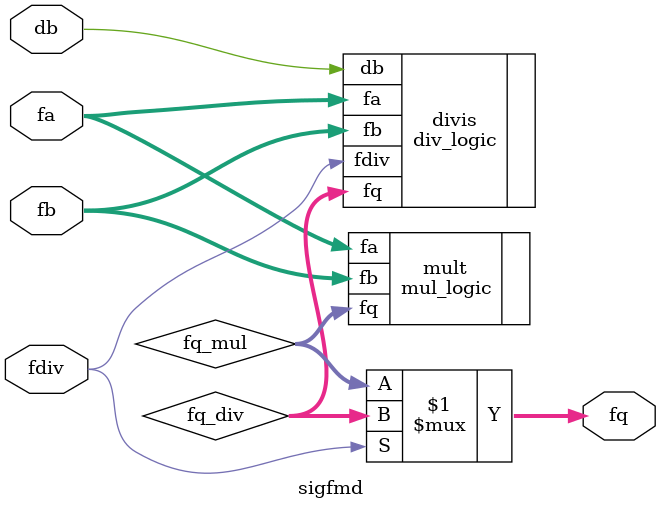
<source format=sv>

module sigfmd (
    input [52:0]      fa,        
    input [52:0]      fb,  
    input             fdiv, 
    input             db,      
    output [56:0] fq         
);


wire [56:0] fq_mul;
wire [56:0] fq_div;

div_logic divis (
    .fa(fa),
    .fb(fb),
    .db(db),
    .fdiv(fdiv),
    .fq(fq_div)
);

mul_logic mult (
    .fa(fa),
    .fb(fb),
    .fq(fq_mul)
);

assign fq = (fdiv) ? fq_div : fq_mul;
 
endmodule

</source>
